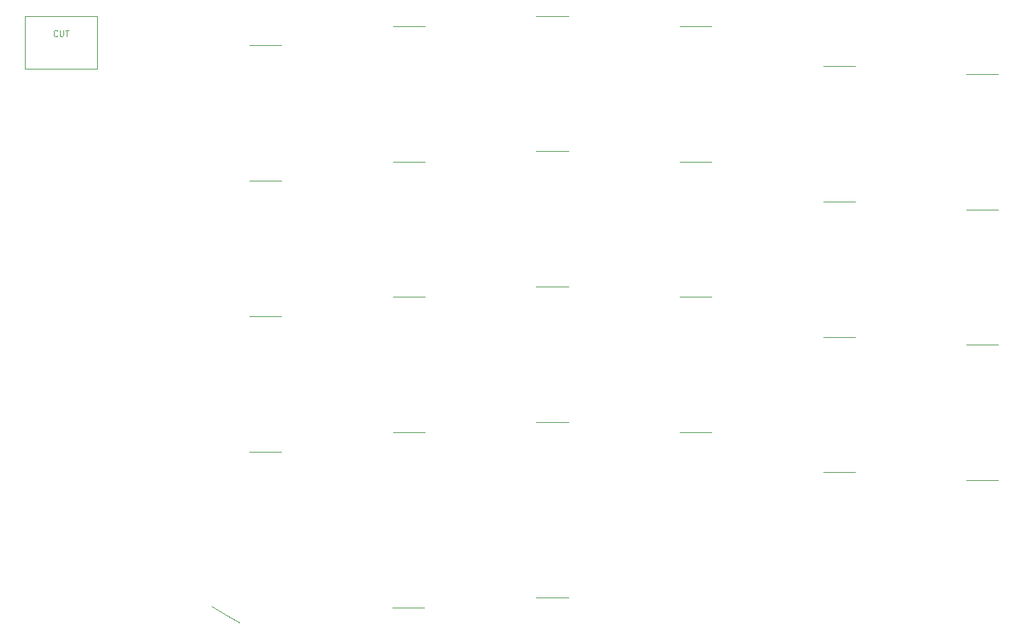
<source format=gbr>
G04 #@! TF.GenerationSoftware,KiCad,Pcbnew,(5.99.0-8557-g8988e46ab1)*
G04 #@! TF.CreationDate,2021-02-20T09:24:53-07:00*
G04 #@! TF.ProjectId,BlueSof,426c7565-536f-4662-9e6b-696361645f70,rev?*
G04 #@! TF.SameCoordinates,PX85099e0PY51bada0*
G04 #@! TF.FileFunction,OtherDrawing,Comment*
%FSLAX46Y46*%
G04 Gerber Fmt 4.6, Leading zero omitted, Abs format (unit mm)*
G04 Created by KiCad (PCBNEW (5.99.0-8557-g8988e46ab1)) date 2021-02-20 09:24:53*
%MOMM*%
%LPD*%
G01*
G04 APERTURE LIST*
%ADD10C,0.100000*%
%ADD11C,0.120000*%
G04 APERTURE END LIST*
D10*
X-44146429Y37557143D02*
X-44182143Y37521429D01*
X-44289286Y37485715D01*
X-44360715Y37485715D01*
X-44467858Y37521429D01*
X-44539286Y37592858D01*
X-44575000Y37664286D01*
X-44610715Y37807143D01*
X-44610715Y37914286D01*
X-44575000Y38057143D01*
X-44539286Y38128572D01*
X-44467858Y38200000D01*
X-44360715Y38235715D01*
X-44289286Y38235715D01*
X-44182143Y38200000D01*
X-44146429Y38164286D01*
X-43825000Y38235715D02*
X-43825000Y37628572D01*
X-43789286Y37557143D01*
X-43753572Y37521429D01*
X-43682143Y37485715D01*
X-43539286Y37485715D01*
X-43467858Y37521429D01*
X-43432143Y37557143D01*
X-43396429Y37628572D01*
X-43396429Y38235715D01*
X-43146429Y38235715D02*
X-42717858Y38235715D01*
X-42932143Y37485715D02*
X-42932143Y38235715D01*
D11*
X-18000000Y36350000D02*
X-20000000Y36350000D01*
X-18000000Y36350000D02*
X-16000000Y36350000D01*
X0Y38750000D02*
X-2000000Y38750000D01*
X0Y38750000D02*
X2000000Y38750000D01*
X36000000Y38750000D02*
X34000000Y38750000D01*
X36000000Y38750000D02*
X38000000Y38750000D01*
X54000000Y33750000D02*
X56000000Y33750000D01*
X54000000Y33750000D02*
X52000000Y33750000D01*
X72000000Y32750000D02*
X70000000Y32750000D01*
X72000000Y32750000D02*
X74000000Y32750000D01*
X-18000000Y19350000D02*
X-20000000Y19350000D01*
X-18000000Y19350000D02*
X-16000000Y19350000D01*
X0Y21750000D02*
X2000000Y21750000D01*
X0Y21750000D02*
X-2000000Y21750000D01*
X18000000Y23050000D02*
X16000000Y23050000D01*
X18000000Y23050000D02*
X20000000Y23050000D01*
X36000000Y21750000D02*
X38000000Y21750000D01*
X36000000Y21750000D02*
X34000000Y21750000D01*
X72000000Y15750000D02*
X74000000Y15750000D01*
X72000000Y15750000D02*
X70000000Y15750000D01*
X0Y4750000D02*
X2000000Y4750000D01*
X0Y4750000D02*
X-2000000Y4750000D01*
X18000000Y6050000D02*
X20000000Y6050000D01*
X18000000Y6050000D02*
X16000000Y6050000D01*
X36000000Y4750000D02*
X38000000Y4750000D01*
X36000000Y4750000D02*
X34000000Y4750000D01*
X54000000Y-250000D02*
X56000000Y-250000D01*
X54000000Y-250000D02*
X52000000Y-250000D01*
X-18000000Y-14650000D02*
X-20000000Y-14650000D01*
X-18000000Y-14650000D02*
X-16000000Y-14650000D01*
X18000000Y-10950000D02*
X20000000Y-10950000D01*
X18000000Y-10950000D02*
X16000000Y-10950000D01*
X36000000Y-12250000D02*
X38000000Y-12250000D01*
X36000000Y-12250000D02*
X34000000Y-12250000D01*
X54000000Y-17250000D02*
X52000000Y-17250000D01*
X54000000Y-17250000D02*
X56000000Y-17250000D01*
X72000000Y-18250000D02*
X70000000Y-18250000D01*
X72000000Y-18250000D02*
X74000000Y-18250000D01*
X-18000000Y2350000D02*
X-20000000Y2350000D01*
X-18000000Y2350000D02*
X-16000000Y2350000D01*
X54000000Y16750000D02*
X56000000Y16750000D01*
X54000000Y16750000D02*
X52000000Y16750000D01*
X72000000Y-1250000D02*
X70000000Y-1250000D01*
X72000000Y-1250000D02*
X74000000Y-1250000D01*
X18000000Y-32950000D02*
X16000000Y-32950000D01*
X18000000Y-32950000D02*
X20000000Y-32950000D01*
X18000000Y40050000D02*
X20000000Y40050000D01*
X18000000Y40050000D02*
X16000000Y40050000D01*
X0Y-12250000D02*
X2000000Y-12250000D01*
X0Y-12250000D02*
X-2000000Y-12250000D01*
X-23025000Y-35086379D02*
X-24757051Y-34086379D01*
X-23025000Y-35086379D02*
X-21292949Y-36086379D01*
X-100000Y-34250000D02*
X1900000Y-34250000D01*
X-100000Y-34250000D02*
X-2100000Y-34250000D01*
X-39175000Y40025000D02*
X-48225000Y40025000D01*
X-48225000Y40025000D02*
X-48225000Y33425000D01*
X-39175000Y40025000D02*
X-39175000Y33425000D01*
X-39175000Y33425000D02*
X-48225000Y33425000D01*
M02*

</source>
